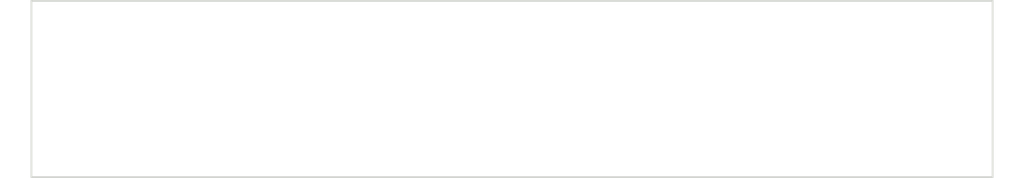
<source format=kicad_pcb>
(kicad_pcb (version 4) (host pcbnew "(2014-07-12 BZR 4289 GOST-COMMITTERS)-product")

  (general
    (links 0)
    (no_connects 0)
    (area 97.324999 49.924999 184.475001 65.075001)
    (thickness 1.6)
    (drawings 12)
    (tracks 0)
    (zones 0)
    (modules 0)
    (nets 1)
  )

  (page A4)
  (layers
    (0 F.Cu signal)
    (31 B.Cu signal)
    (36 B.SilkS user)
    (37 F.SilkS user)
    (38 B.Mask user)
    (39 F.Mask user)
    (40 Dwgs.User user)
    (44 Edge.Cuts user)
  )

  (setup
    (last_trace_width 0.2)
    (trace_clearance 0.2)
    (zone_clearance 0.3)
    (zone_45_only no)
    (trace_min 0.2)
    (segment_width 0.15)
    (edge_width 0.15)
    (via_size 0.9)
    (via_drill 0.4)
    (via_min_size 0.7)
    (via_min_drill 0.3)
    (uvia_size 0.7)
    (uvia_drill 0.3)
    (uvias_allowed no)
    (uvia_min_size 0.508)
    (uvia_min_drill 0.127)
    (pcb_text_width 0.3)
    (pcb_text_size 1.5 1.5)
    (mod_edge_width 0.15)
    (mod_text_size 1.5 1.5)
    (mod_text_width 0.15)
    (pad_size 3 4.5)
    (pad_drill 1.5)
    (pad_to_mask_clearance 0.2)
    (aux_axis_origin 181.8 65)
    (grid_origin 100 50)
    (visible_elements 7FFFFF7F)
    (pcbplotparams
      (layerselection 0x010f0_80000001)
      (usegerberextensions true)
      (gerberprecision 5)
      (excludeedgelayer true)
      (linewidth 0.150000)
      (plotframeref false)
      (viasonmask false)
      (mode 1)
      (useauxorigin false)
      (hpglpennumber 1)
      (hpglpenspeed 20)
      (hpglpendiameter 15)
      (hpglpenoverlay 2)
      (psnegative false)
      (psa4output false)
      (plotreference true)
      (plotvalue true)
      (plotinvisibletext false)
      (padsonsilk false)
      (subtractmaskfromsilk false)
      (outputformat 1)
      (mirror false)
      (drillshape 0)
      (scaleselection 1)
      (outputdirectory Gerber/))
  )

  (net 0 "")

  (net_class Default "Это класс цепей по умолчанию."
    (clearance 0.2)
    (trace_width 0.2)
    (via_dia 0.9)
    (via_drill 0.4)
    (uvia_dia 0.7)
    (uvia_drill 0.3)
  )

  (net_class wide ""
    (clearance 0.2)
    (trace_width 0.5)
    (via_dia 0.9)
    (via_drill 0.4)
    (uvia_dia 0.7)
    (uvia_drill 0.3)
  )

  (gr_line (start 181.8 65) (end 100 65) (angle 90) (layer Edge.Cuts) (width 0.15))
  (gr_line (start 181.8 50) (end 181.8 65) (angle 90) (layer Edge.Cuts) (width 0.15))
  (gr_line (start 100 50) (end 181.8 50) (angle 90) (layer Edge.Cuts) (width 0.15))
  (gr_line (start 141.4 57.5) (end 143.4 57.5) (angle 90) (layer Dwgs.User) (width 0.15))
  (gr_line (start 141.65 57.25) (end 141.4 57.5) (angle 90) (layer Dwgs.User) (width 0.15))
  (gr_line (start 141.65 57.75) (end 141.65 57.25) (angle 90) (layer Dwgs.User) (width 0.15))
  (gr_line (start 141.4 57.5) (end 141.65 57.75) (angle 90) (layer Dwgs.User) (width 0.15))
  (gr_circle (center 140.9 57.5) (end 141.15 57.5) (layer Dwgs.User) (width 0.15))
  (gr_line (start 184.4 50) (end 184.4 65) (angle 90) (layer Dwgs.User) (width 0.15))
  (gr_text 0x0 (at 142.65 57) (layer Dwgs.User)
    (effects (font (size 0.6 0.6) (thickness 0.1)))
  )
  (gr_line (start 97.4 50) (end 97.4 65) (angle 90) (layer Dwgs.User) (width 0.15))
  (gr_line (start 100 50) (end 100 65) (angle 90) (layer Edge.Cuts) (width 0.15))

)

</source>
